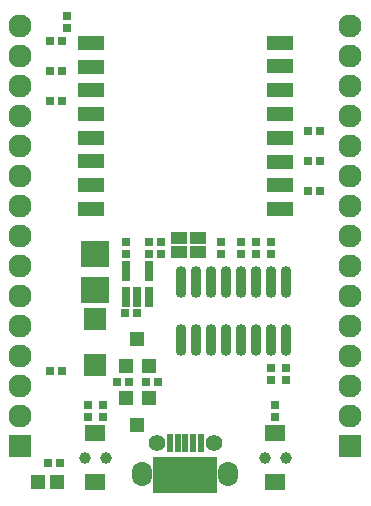
<source format=gts>
%FSLAX25Y25*%
%MOIN*%
G70*
G01*
G75*
G04 Layer_Color=8388736*
%ADD10C,0.01500*%
%ADD11C,0.02000*%
%ADD12C,0.01000*%
%ADD13C,0.00700*%
%ADD14C,0.05000*%
%ADD15R,0.03740X0.03937*%
%ADD16R,0.02000X0.02000*%
%ADD17R,0.04724X0.03347*%
%ADD18R,0.03937X0.03937*%
%ADD19R,0.02000X0.02000*%
%ADD20R,0.02165X0.05709*%
%ADD21R,0.02165X0.05709*%
%ADD22R,0.01500X0.05400*%
%ADD23O,0.02756X0.09843*%
%ADD24R,0.07874X0.03937*%
%ADD25R,0.05906X0.04500*%
%ADD26R,0.06575X0.06693*%
%ADD27R,0.08661X0.07874*%
%ADD28C,0.03000*%
%ADD29C,0.03200*%
%ADD30R,0.44900X0.10200*%
%ADD31C,0.04724*%
%ADD32O,0.05906X0.07480*%
%ADD33C,0.03150*%
%ADD34C,0.06900*%
%ADD35R,0.06900X0.06900*%
%ADD36C,0.02362*%
%ADD37R,0.44900X0.09800*%
%ADD38C,0.00500*%
%ADD39C,0.00787*%
%ADD40C,0.00394*%
%ADD41C,0.00984*%
%ADD42C,0.01181*%
%ADD43C,0.00018*%
%ADD44C,0.00800*%
%ADD45C,0.01200*%
%ADD46R,0.09572X0.00759*%
%ADD47R,0.00900X0.40700*%
%ADD48R,0.09743X0.00900*%
%ADD49R,0.01433X0.08858*%
%ADD50R,0.01433X0.08858*%
%ADD51R,0.10236X0.04035*%
%ADD52R,0.02500X0.02900*%
%ADD53R,0.21200X0.12300*%
%ADD54R,0.04540X0.04737*%
%ADD55R,0.02800X0.02800*%
%ADD56R,0.05524X0.04147*%
%ADD57R,0.04737X0.04737*%
%ADD58R,0.02800X0.02800*%
%ADD59R,0.02965X0.06509*%
%ADD60R,0.02965X0.06509*%
%ADD61R,0.02300X0.06200*%
%ADD62O,0.03556X0.10642*%
%ADD63R,0.08674X0.04737*%
%ADD64R,0.06706X0.05300*%
%ADD65R,0.07375X0.07493*%
%ADD66R,0.09461X0.08674*%
%ADD67C,0.05524*%
%ADD68O,0.06706X0.08280*%
%ADD69C,0.03950*%
%ADD70C,0.07700*%
%ADD71R,0.07700X0.07700*%
D53*
X0Y-129850D02*
D03*
D54*
X-19740Y-93329D02*
D03*
X-12260Y-93329D02*
D03*
X-16000Y-84471D02*
D03*
Y-112929D02*
D03*
X-19740Y-104071D02*
D03*
X-12260Y-104071D02*
D03*
D55*
X-45000Y5000D02*
D03*
X-41000D02*
D03*
Y15000D02*
D03*
X-45000D02*
D03*
X-20000Y-75600D02*
D03*
X-16000D02*
D03*
X45000Y-35000D02*
D03*
X41000D02*
D03*
X45000Y-25000D02*
D03*
X41000D02*
D03*
X45000Y-15000D02*
D03*
X41000D02*
D03*
X-45000Y-5000D02*
D03*
X-41000D02*
D03*
X-45900Y-125800D02*
D03*
X-41900D02*
D03*
X-9200Y-98600D02*
D03*
X-13200D02*
D03*
X-18700D02*
D03*
X-22700D02*
D03*
X-41000Y-95000D02*
D03*
X-45000D02*
D03*
D56*
X-2199Y-50738D02*
D03*
X4199D02*
D03*
Y-55462D02*
D03*
X-2199D02*
D03*
D57*
X-42950Y-131977D02*
D03*
X-49250D02*
D03*
D58*
X-32300Y-110200D02*
D03*
Y-106200D02*
D03*
X-19740Y-56000D02*
D03*
Y-52000D02*
D03*
X-12260Y-56000D02*
D03*
Y-52000D02*
D03*
X28500D02*
D03*
Y-56000D02*
D03*
X23500Y-52000D02*
D03*
Y-56000D02*
D03*
X30000Y-110200D02*
D03*
Y-106200D02*
D03*
X-27400Y-110200D02*
D03*
Y-106200D02*
D03*
X33500Y-94000D02*
D03*
Y-98000D02*
D03*
X28500Y-94000D02*
D03*
Y-98000D02*
D03*
X18500Y-56000D02*
D03*
Y-52000D02*
D03*
X12000D02*
D03*
Y-56000D02*
D03*
X-8000D02*
D03*
Y-52000D02*
D03*
X-39300Y19300D02*
D03*
Y23300D02*
D03*
D59*
X-19740Y-61768D02*
D03*
X-12260D02*
D03*
Y-70232D02*
D03*
X-16000D02*
D03*
D60*
X-19740Y-70232D02*
D03*
D61*
X-2550Y-119000D02*
D03*
X0D02*
D03*
X-5100D02*
D03*
X2550D02*
D03*
X5100D02*
D03*
D62*
X8500Y-65354D02*
D03*
X13500D02*
D03*
X-1500Y-84646D02*
D03*
X3500D02*
D03*
X8500D02*
D03*
X13500D02*
D03*
X18500D02*
D03*
X23500D02*
D03*
X28500D02*
D03*
X33500D02*
D03*
X-1500Y-65354D02*
D03*
X3500D02*
D03*
X18500D02*
D03*
X23500D02*
D03*
X28500D02*
D03*
X33500D02*
D03*
D63*
X-31496Y-40911D02*
D03*
X31496Y-41069D02*
D03*
Y-33037D02*
D03*
Y-25321D02*
D03*
Y-17368D02*
D03*
Y-9258D02*
D03*
Y-1463D02*
D03*
Y6490D02*
D03*
Y14285D02*
D03*
X-31496Y14167D02*
D03*
Y6411D02*
D03*
Y-1463D02*
D03*
Y-9218D02*
D03*
Y-17250D02*
D03*
Y-25163D02*
D03*
Y-32998D02*
D03*
D64*
X30000Y-132169D02*
D03*
Y-115831D02*
D03*
X-30000Y-132169D02*
D03*
Y-115831D02*
D03*
D65*
X-30100Y-93036D02*
D03*
Y-77564D02*
D03*
D66*
X-30000Y-67905D02*
D03*
Y-56094D02*
D03*
D67*
X9550Y-119000D02*
D03*
X-9550D02*
D03*
D68*
X-14300Y-129400D02*
D03*
X14300D02*
D03*
D69*
X26457Y-124000D02*
D03*
X33543D02*
D03*
X-33543D02*
D03*
X-26457D02*
D03*
D70*
X55000Y20000D02*
D03*
Y-20000D02*
D03*
Y-10000D02*
D03*
Y0D02*
D03*
Y10000D02*
D03*
Y-30000D02*
D03*
Y-40000D02*
D03*
Y-50000D02*
D03*
Y-60000D02*
D03*
Y-110000D02*
D03*
Y-100000D02*
D03*
Y-90000D02*
D03*
Y-80000D02*
D03*
Y-70000D02*
D03*
X-55000Y20000D02*
D03*
Y-20000D02*
D03*
Y-10000D02*
D03*
Y0D02*
D03*
Y10000D02*
D03*
Y-30000D02*
D03*
Y-40000D02*
D03*
Y-50000D02*
D03*
Y-60000D02*
D03*
Y-110000D02*
D03*
Y-100000D02*
D03*
Y-90000D02*
D03*
Y-80000D02*
D03*
Y-70000D02*
D03*
D71*
X55000Y-120000D02*
D03*
X-55000D02*
D03*
M02*

</source>
